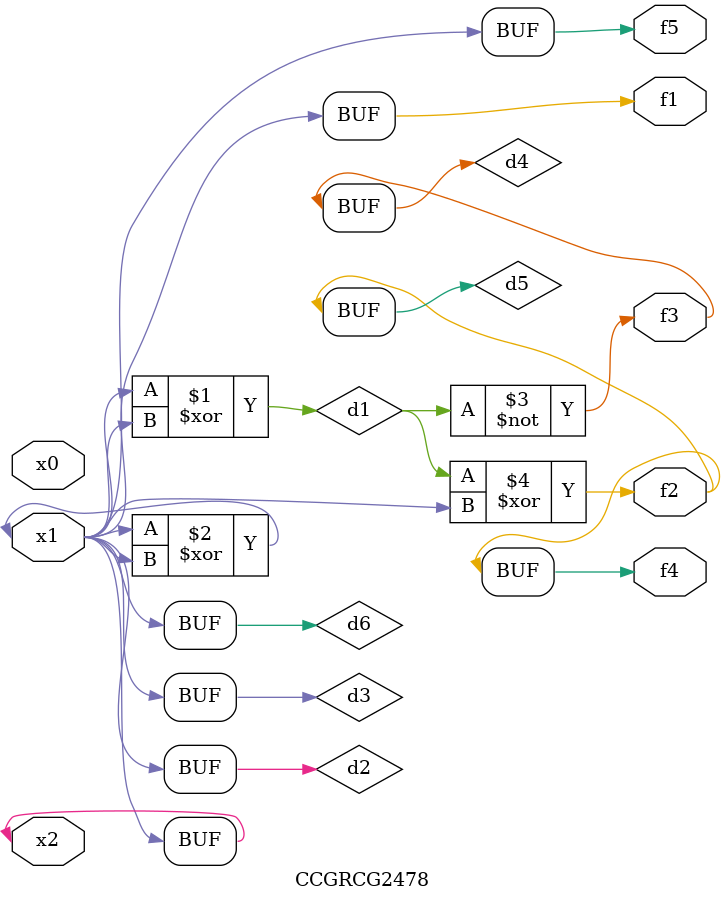
<source format=v>
module CCGRCG2478(
	input x0, x1, x2,
	output f1, f2, f3, f4, f5
);

	wire d1, d2, d3, d4, d5, d6;

	xor (d1, x1, x2);
	buf (d2, x1, x2);
	xor (d3, x1, x2);
	nor (d4, d1);
	xor (d5, d1, d2);
	buf (d6, d2, d3);
	assign f1 = d6;
	assign f2 = d5;
	assign f3 = d4;
	assign f4 = d5;
	assign f5 = d6;
endmodule

</source>
